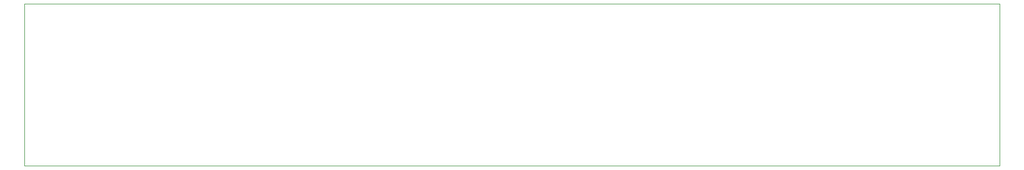
<source format=gm1>
%TF.GenerationSoftware,KiCad,Pcbnew,(5.1.8-0-10_14)*%
%TF.CreationDate,2021-01-31T16:02:45+00:00*%
%TF.ProjectId,cgs-power-distrib,6367732d-706f-4776-9572-2d6469737472,v01*%
%TF.SameCoordinates,Original*%
%TF.FileFunction,Profile,NP*%
%FSLAX46Y46*%
G04 Gerber Fmt 4.6, Leading zero omitted, Abs format (unit mm)*
G04 Created by KiCad (PCBNEW (5.1.8-0-10_14)) date 2021-01-31 16:02:45*
%MOMM*%
%LPD*%
G01*
G04 APERTURE LIST*
%TA.AperFunction,Profile*%
%ADD10C,0.025400*%
%TD*%
G04 APERTURE END LIST*
D10*
X101600000Y-101600000D02*
X101600000Y-76200000D01*
X254000000Y-101600000D02*
X101600000Y-101600000D01*
X254000000Y-76200000D02*
X254000000Y-101600000D01*
X101600000Y-76200000D02*
X254000000Y-76200000D01*
M02*

</source>
